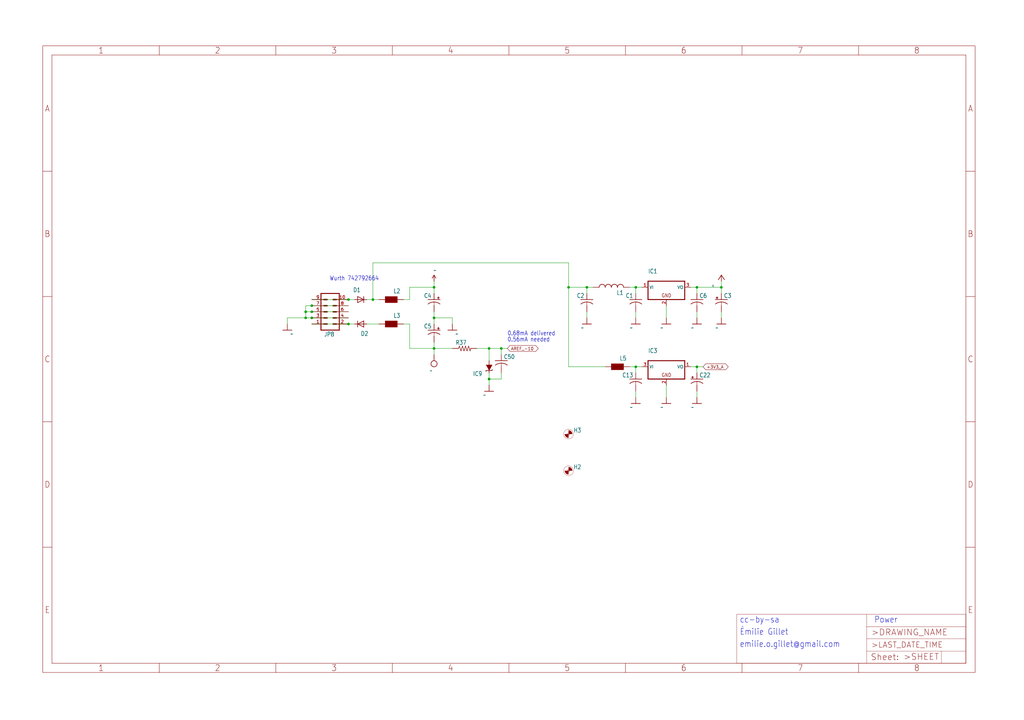
<source format=kicad_sch>
(kicad_sch (version 20211123) (generator eeschema)
  (paper "User" 425.45 299.161)
  (lib_symbols
    (symbol "plaits-eagle-import:+3V3" (power)
      (property "Value" "+3V3" (at -2.54 -5.08 90))
      (symbol "+3V3_1_0"
        (polyline (pts (xy 0 0) (xy -1.27 -1.905)) (stroke (width 0.254)))
        (polyline (pts (xy 1.27 -1.905) (xy 0 0)) (stroke (width 0.254)))
        (pin power_in line (at 0 -2.54 90) (length 2.54) (name "+3V3") (number "1"))
      )
    )
    (symbol "plaits-eagle-import:A3L-LOC"
      (symbol "A3L-LOC_1_0"
        (polyline (pts (xy 0 52.07) (xy 3.81 52.07)))
        (polyline (pts (xy 0 104.14) (xy 3.81 104.14)))
        (polyline (pts (xy 0 156.21) (xy 3.81 156.21)))
        (polyline (pts (xy 0 208.28) (xy 3.81 208.28)))
        (polyline (pts (xy 3.81 3.81) (xy 3.81 256.54)))
        (polyline (pts (xy 48.4188 0) (xy 48.4188 3.81)))
        (polyline (pts (xy 48.4188 256.54) (xy 48.4188 260.35)))
        (polyline (pts (xy 96.8375 0) (xy 96.8375 3.81)))
        (polyline (pts (xy 96.8375 256.54) (xy 96.8375 260.35)))
        (polyline (pts (xy 145.2563 0) (xy 145.2563 3.81)))
        (polyline (pts (xy 145.2563 256.54) (xy 145.2563 260.35)))
        (polyline (pts (xy 193.675 0) (xy 193.675 3.81)))
        (polyline (pts (xy 193.675 256.54) (xy 193.675 260.35)))
        (polyline (pts (xy 242.0938 0) (xy 242.0938 3.81)))
        (polyline (pts (xy 242.0938 256.54) (xy 242.0938 260.35)))
        (polyline (pts (xy 288.29 3.81) (xy 288.29 24.13)) (stroke (width 0.1016)))
        (polyline (pts (xy 288.29 3.81) (xy 342.265 3.81)) (stroke (width 0.1016)))
        (polyline (pts (xy 288.29 24.13) (xy 342.265 24.13)) (stroke (width 0.1016)))
        (polyline (pts (xy 290.5125 0) (xy 290.5125 3.81)))
        (polyline (pts (xy 290.5125 256.54) (xy 290.5125 260.35)))
        (polyline (pts (xy 338.9313 0) (xy 338.9313 3.81)))
        (polyline (pts (xy 338.9313 256.54) (xy 338.9313 260.35)))
        (polyline (pts (xy 342.265 3.81) (xy 373.38 3.81)) (stroke (width 0.1016)))
        (polyline (pts (xy 342.265 8.89) (xy 342.265 3.81)) (stroke (width 0.1016)))
        (polyline (pts (xy 342.265 8.89) (xy 342.265 13.97)) (stroke (width 0.1016)))
        (polyline (pts (xy 342.265 13.97) (xy 342.265 19.05)) (stroke (width 0.1016)))
        (polyline (pts (xy 342.265 13.97) (xy 383.54 13.97)) (stroke (width 0.1016)))
        (polyline (pts (xy 342.265 19.05) (xy 342.265 24.13)) (stroke (width 0.1016)))
        (polyline (pts (xy 342.265 19.05) (xy 383.54 19.05)) (stroke (width 0.1016)))
        (polyline (pts (xy 342.265 24.13) (xy 383.54 24.13)) (stroke (width 0.1016)))
        (polyline (pts (xy 373.38 3.81) (xy 373.38 8.89)) (stroke (width 0.1016)))
        (polyline (pts (xy 373.38 3.81) (xy 383.54 3.81)) (stroke (width 0.1016)))
        (polyline (pts (xy 373.38 8.89) (xy 342.265 8.89)) (stroke (width 0.1016)))
        (polyline (pts (xy 373.38 8.89) (xy 383.54 8.89)) (stroke (width 0.1016)))
        (polyline (pts (xy 383.54 3.81) (xy 3.81 3.81)))
        (polyline (pts (xy 383.54 3.81) (xy 383.54 8.89)) (stroke (width 0.1016)))
        (polyline (pts (xy 383.54 3.81) (xy 383.54 256.54)))
        (polyline (pts (xy 383.54 8.89) (xy 383.54 13.97)) (stroke (width 0.1016)))
        (polyline (pts (xy 383.54 13.97) (xy 383.54 19.05)) (stroke (width 0.1016)))
        (polyline (pts (xy 383.54 19.05) (xy 383.54 24.13)) (stroke (width 0.1016)))
        (polyline (pts (xy 383.54 52.07) (xy 387.35 52.07)))
        (polyline (pts (xy 383.54 104.14) (xy 387.35 104.14)))
        (polyline (pts (xy 383.54 156.21) (xy 387.35 156.21)))
        (polyline (pts (xy 383.54 208.28) (xy 387.35 208.28)))
        (polyline (pts (xy 383.54 256.54) (xy 3.81 256.54)))
        (polyline (pts (xy 0 0) (xy 387.35 0) (xy 387.35 260.35) (xy 0 260.35) (xy 0 0)))
        (text "1" (at 24.2094 1.905 0) (effects (font (size 2.54 2.286))))
        (text "1" (at 24.2094 258.445 0) (effects (font (size 2.54 2.286))))
        (text "2" (at 72.6281 1.905 0) (effects (font (size 2.54 2.286))))
        (text "2" (at 72.6281 258.445 0) (effects (font (size 2.54 2.286))))
        (text "3" (at 121.0469 1.905 0) (effects (font (size 2.54 2.286))))
        (text "3" (at 121.0469 258.445 0) (effects (font (size 2.54 2.286))))
        (text "4" (at 169.4656 1.905 0) (effects (font (size 2.54 2.286))))
        (text "4" (at 169.4656 258.445 0) (effects (font (size 2.54 2.286))))
        (text "5" (at 217.8844 1.905 0) (effects (font (size 2.54 2.286))))
        (text "5" (at 217.8844 258.445 0) (effects (font (size 2.54 2.286))))
        (text "6" (at 266.3031 1.905 0) (effects (font (size 2.54 2.286))))
        (text "6" (at 266.3031 258.445 0) (effects (font (size 2.54 2.286))))
        (text "7" (at 314.7219 1.905 0) (effects (font (size 2.54 2.286))))
        (text "7" (at 314.7219 258.445 0) (effects (font (size 2.54 2.286))))
        (text "8" (at 363.1406 1.905 0) (effects (font (size 2.54 2.286))))
        (text "8" (at 363.1406 258.445 0) (effects (font (size 2.54 2.286))))
        (text ">DRAWING_NAME" (at 344.17 15.24 0) (effects (font (size 2.54 2.54)) (justify left bottom)))
        (text ">LAST_DATE_TIME" (at 344.17 10.16 0) (effects (font (size 2.286 2.286)) (justify left bottom)))
        (text ">SHEET" (at 357.505 5.08 0) (effects (font (size 2.54 2.54)) (justify left bottom)))
        (text "A" (at 1.905 234.315 0) (effects (font (size 2.54 2.286))))
        (text "A" (at 385.445 234.315 0) (effects (font (size 2.54 2.286))))
        (text "B" (at 1.905 182.245 0) (effects (font (size 2.54 2.286))))
        (text "B" (at 385.445 182.245 0) (effects (font (size 2.54 2.286))))
        (text "C" (at 1.905 130.175 0) (effects (font (size 2.54 2.286))))
        (text "C" (at 385.445 130.175 0) (effects (font (size 2.54 2.286))))
        (text "D" (at 1.905 78.105 0) (effects (font (size 2.54 2.286))))
        (text "D" (at 385.445 78.105 0) (effects (font (size 2.54 2.286))))
        (text "E" (at 1.905 26.035 0) (effects (font (size 2.54 2.286))))
        (text "E" (at 385.445 26.035 0) (effects (font (size 2.54 2.286))))
        (text "Sheet:" (at 343.916 4.953 0) (effects (font (size 2.54 2.54)) (justify left bottom)))
      )
    )
    (symbol "plaits-eagle-import:C-USC0402"
      (property "Reference" "C" (at 1.016 0.635 0))
      (property "Value" "C-USC0402" (at 1.016 -4.191 0))
      (symbol "C-USC0402_1_0"
        (arc (start 0 -1.0161) (mid -1.302 -1.2303) (end -2.4668 -1.8504) (stroke (width 0.254)))
        (polyline (pts (xy -2.54 0) (xy 2.54 0)) (stroke (width 0.254)))
        (polyline (pts (xy 0 -1.016) (xy 0 -2.54)) (stroke (width 0.1524)))
        (arc (start 2.4892 -1.8542) (mid 1.3158 -1.2195) (end 0 -1) (stroke (width 0.254)))
        (pin passive line (at 0 2.54 270) (length 2.54) (name "1") (number "1"))
        (pin passive line (at 0 -5.08 90) (length 2.54) (name "2") (number "2"))
      )
    )
    (symbol "plaits-eagle-import:C-USC1206"
      (property "Reference" "C" (at 1.016 0.635 0))
      (property "Value" "C-USC1206" (at 1.016 -4.191 0))
      (symbol "C-USC1206_1_0"
        (arc (start 0 -1.0161) (mid -1.302 -1.2303) (end -2.4668 -1.8504) (stroke (width 0.254)))
        (polyline (pts (xy -2.54 0) (xy 2.54 0)) (stroke (width 0.254)))
        (polyline (pts (xy 0 -1.016) (xy 0 -2.54)) (stroke (width 0.1524)))
        (arc (start 2.4892 -1.8542) (mid 1.3158 -1.2195) (end 0 -1) (stroke (width 0.254)))
        (pin passive line (at 0 2.54 270) (length 2.54) (name "1") (number "1"))
        (pin passive line (at 0 -5.08 90) (length 2.54) (name "2") (number "2"))
      )
    )
    (symbol "plaits-eagle-import:CPOL-USA"
      (property "Reference" "C" (at 1.016 0.635 0))
      (property "Value" "CPOL-USA" (at 1.016 -4.191 0))
      (symbol "CPOL-USA_1_0"
        (rectangle (start -2.253 0.668) (end -1.364 0.795) (fill (type outline)))
        (rectangle (start -1.872 0.287) (end -1.745 1.176) (fill (type outline)))
        (arc (start 0 -1.0161) (mid -1.3021 -1.2302) (end -2.4669 -1.8504) (stroke (width 0.254)))
        (polyline (pts (xy -2.54 0) (xy 2.54 0)) (stroke (width 0.254)))
        (polyline (pts (xy 0 -1.016) (xy 0 -2.54)) (stroke (width 0.1524)))
        (arc (start 2.4892 -1.8542) (mid 1.3158 -1.2195) (end 0 -1) (stroke (width 0.254)))
        (pin passive line (at 0 2.54 270) (length 2.54) (name "+") (number "+"))
        (pin passive line (at 0 -5.08 90) (length 2.54) (name "-") (number "-"))
      )
    )
    (symbol "plaits-eagle-import:CPOL-USB"
      (property "Reference" "C" (at 1.016 0.635 0))
      (property "Value" "CPOL-USB" (at 1.016 -4.191 0))
      (symbol "CPOL-USB_1_0"
        (rectangle (start -2.253 0.668) (end -1.364 0.795) (fill (type outline)))
        (rectangle (start -1.872 0.287) (end -1.745 1.176) (fill (type outline)))
        (arc (start 0 -1.0161) (mid -1.3021 -1.2302) (end -2.4669 -1.8504) (stroke (width 0.254)))
        (polyline (pts (xy -2.54 0) (xy 2.54 0)) (stroke (width 0.254)))
        (polyline (pts (xy 0 -1.016) (xy 0 -2.54)) (stroke (width 0.1524)))
        (arc (start 2.4892 -1.8542) (mid 1.3158 -1.2195) (end 0 -1) (stroke (width 0.254)))
        (pin passive line (at 0 2.54 270) (length 2.54) (name "+") (number "+"))
        (pin passive line (at 0 -5.08 90) (length 2.54) (name "-") (number "-"))
      )
    )
    (symbol "plaits-eagle-import:DIODE-SOD123"
      (property "Reference" "D" (at 2.54 0.4826 0))
      (property "Value" "DIODE-SOD123" (at 2.54 -2.3114 0))
      (symbol "DIODE-SOD123_1_0"
        (polyline (pts (xy -1.27 -1.27) (xy 1.27 0)) (stroke (width 0.254)))
        (polyline (pts (xy -1.27 1.27) (xy -1.27 -1.27)) (stroke (width 0.254)))
        (polyline (pts (xy 1.27 0) (xy -1.27 1.27)) (stroke (width 0.254)))
        (polyline (pts (xy 1.27 0) (xy 1.27 -1.27)) (stroke (width 0.254)))
        (polyline (pts (xy 1.27 1.27) (xy 1.27 0)) (stroke (width 0.254)))
        (pin passive line (at -2.54 0 0) (length 2.54) (name "A") (number "A"))
        (pin passive line (at 2.54 0 180) (length 2.54) (name "C") (number "C"))
      )
    )
    (symbol "plaits-eagle-import:GND" (power)
      (property "Value" "GND" (at -2.54 -2.54 0))
      (symbol "GND_1_0"
        (polyline (pts (xy -1.905 0) (xy 1.905 0)) (stroke (width 0.254)))
        (pin power_in line (at 0 2.54 270) (length 2.54) (name "GND") (number "1"))
      )
    )
    (symbol "plaits-eagle-import:L-USL2012C"
      (property "Value" "L-USL2012C" (at 3.81 -5.08 90))
      (symbol "L-USL2012C_1_0"
        (arc (start 0 -5.08) (mid 0.898 -4.708) (end 1.27 -3.81) (stroke (width 0.254)))
        (arc (start 0 -2.54) (mid 0.898 -2.168) (end 1.27 -1.27) (stroke (width 0.254)))
        (arc (start 0 0) (mid 0.898 0.372) (end 1.27 1.27) (stroke (width 0.254)))
        (arc (start 0 2.54) (mid 0.898 2.912) (end 1.27 3.81) (stroke (width 0.254)))
        (arc (start 1.27 -3.81) (mid 0.898 -2.912) (end 0 -2.54) (stroke (width 0.254)))
        (arc (start 1.27 -1.27) (mid 0.898 -0.372) (end 0 0) (stroke (width 0.254)))
        (arc (start 1.27 1.27) (mid 0.898 2.168) (end 0 2.54) (stroke (width 0.254)))
        (arc (start 1.27 3.81) (mid 0.898 4.708) (end 0 5.08) (stroke (width 0.254)))
        (pin passive line (at 0 7.62 270) (length 2.54) (name "1") (number "1"))
        (pin passive line (at 0 -7.62 90) (length 2.54) (name "2") (number "2"))
      )
    )
    (symbol "plaits-eagle-import:LD2981ABU"
      (property "Reference" "IC" (at -7.62 5.715 0))
      (property "Value" "LD2981ABU" (at -7.62 3.175 0))
      (symbol "LD2981ABU_1_0"
        (polyline (pts (xy -7.62 -5.08) (xy 7.62 -5.08)) (stroke (width 0.4064)))
        (polyline (pts (xy -7.62 2.54) (xy -7.62 -5.08)) (stroke (width 0.4064)))
        (polyline (pts (xy 7.62 -5.08) (xy 7.62 2.54)) (stroke (width 0.4064)))
        (polyline (pts (xy 7.62 2.54) (xy -7.62 2.54)) (stroke (width 0.4064)))
        (text "GND" (at -2.032 -4.318 0) (effects (font (size 1.524 1.2954)) (justify left bottom)))
        (pin passive line (at 10.16 0 180) (length 2.54) (name "VO") (number "1"))
        (pin passive line (at 0 -7.62 90) (length 2.54) (name "GND") (number "2"))
        (pin input line (at -10.16 0 0) (length 2.54) (name "VI") (number "3"))
      )
    )
    (symbol "plaits-eagle-import:LM4041DBZ"
      (property "Reference" "IC" (at 2.794 1.905 0))
      (property "Value" "LM4041DBZ" (at 2.794 -0.889 0))
      (symbol "LM4041DBZ_1_0"
        (polyline (pts (xy -1.27 1.524) (xy -1.27 1.143)) (stroke (width 0.254)))
        (polyline (pts (xy 0 1.524) (xy -1.27 1.524)) (stroke (width 0.254)))
        (polyline (pts (xy 1.27 1.524) (xy 0 1.524)) (stroke (width 0.254)))
        (polyline (pts (xy 1.27 1.905) (xy 1.27 1.524)) (stroke (width 0.254)))
        (polyline (pts (xy 0 1.524) (xy -1.27 -0.762) (xy 1.27 -0.762)) (fill (type outline)))
        (pin passive line (at 0 2.54 270) (length 2.54) (name "C") (number "1"))
        (pin passive line (at 0 -2.54 90) (length 2.54) (name "A") (number "2"))
      )
    )
    (symbol "plaits-eagle-import:M05X2SHD"
      (property "Reference" "JP" (at -2.54 8.382 0))
      (property "Value" "M05X2SHD" (at -2.54 -10.16 0))
      (symbol "M05X2SHD_1_0"
        (polyline (pts (xy -3.81 7.62) (xy -3.81 -7.62)) (stroke (width 0.4064)))
        (polyline (pts (xy -3.81 7.62) (xy 3.81 7.62)) (stroke (width 0.4064)))
        (polyline (pts (xy -1.27 -5.08) (xy -2.54 -5.08)) (stroke (width 0.6096)))
        (polyline (pts (xy -1.27 -2.54) (xy -2.54 -2.54)) (stroke (width 0.6096)))
        (polyline (pts (xy -1.27 0) (xy -2.54 0)) (stroke (width 0.6096)))
        (polyline (pts (xy -1.27 2.54) (xy -2.54 2.54)) (stroke (width 0.6096)))
        (polyline (pts (xy -1.27 5.08) (xy -2.54 5.08)) (stroke (width 0.6096)))
        (polyline (pts (xy 1.27 -5.08) (xy 2.54 -5.08)) (stroke (width 0.6096)))
        (polyline (pts (xy 1.27 -2.54) (xy 2.54 -2.54)) (stroke (width 0.6096)))
        (polyline (pts (xy 1.27 0) (xy 2.54 0)) (stroke (width 0.6096)))
        (polyline (pts (xy 1.27 2.54) (xy 2.54 2.54)) (stroke (width 0.6096)))
        (polyline (pts (xy 1.27 5.08) (xy 2.54 5.08)) (stroke (width 0.6096)))
        (polyline (pts (xy 3.81 -7.62) (xy -3.81 -7.62)) (stroke (width 0.4064)))
        (polyline (pts (xy 3.81 -7.62) (xy 3.81 7.62)) (stroke (width 0.4064)))
        (pin passive line (at -7.62 5.08 0) (length 5.08) (name "1") (number "1"))
        (pin passive line (at 7.62 -5.08 180) (length 5.08) (name "10") (number "10"))
        (pin passive line (at 7.62 5.08 180) (length 5.08) (name "2") (number "2"))
        (pin passive line (at -7.62 2.54 0) (length 5.08) (name "3") (number "3"))
        (pin passive line (at 7.62 2.54 180) (length 5.08) (name "4") (number "4"))
        (pin passive line (at -7.62 0 0) (length 5.08) (name "5") (number "5"))
        (pin passive line (at 7.62 0 180) (length 5.08) (name "6") (number "6"))
        (pin passive line (at -7.62 -2.54 0) (length 5.08) (name "7") (number "7"))
        (pin passive line (at 7.62 -2.54 180) (length 5.08) (name "8") (number "8"))
        (pin passive line (at -7.62 -5.08 0) (length 5.08) (name "9") (number "9"))
      )
    )
    (symbol "plaits-eagle-import:MOUNT-HOLE3.0TINY"
      (property "Reference" "H" (at 2.032 0.5842 0))
      (property "Value" "MOUNT-HOLE3.0TINY" (at 2.032 -2.4638 0))
      (symbol "MOUNT-HOLE3.0TINY_1_0"
        (arc (start -1.524 0) (mid -1.0776 -1.0776) (end 0 -1.524) (stroke (width 0.0001)) (fill (type outline)))
        (polyline (pts (xy -0.508 0) (xy 0.508 0)) (stroke (width 0.0508)))
        (polyline (pts (xy 0 0.508) (xy 0 -0.508)) (stroke (width 0.0508)))
        (circle (center 0 0) (radius 0.508) (stroke (width 0.0508)))
        (circle (center 0 0) (radius 2.032) (stroke (width 0.0508)))
        (arc (start 1.524 0) (mid 1.0776 1.0776) (end 0 1.524) (stroke (width 0.0001)) (fill (type outline)))
      )
    )
    (symbol "plaits-eagle-import:R-US_R0402"
      (property "Reference" "R" (at -3.81 1.4986 0))
      (property "Value" "R-US_R0402" (at -3.81 -3.302 0))
      (symbol "R-US_R0402_1_0"
        (polyline (pts (xy -2.54 0) (xy -2.159 1.016)) (stroke (width 0.2032)))
        (polyline (pts (xy -2.159 1.016) (xy -1.524 -1.016)) (stroke (width 0.2032)))
        (polyline (pts (xy -1.524 -1.016) (xy -0.889 1.016)) (stroke (width 0.2032)))
        (polyline (pts (xy -0.889 1.016) (xy -0.254 -1.016)) (stroke (width 0.2032)))
        (polyline (pts (xy -0.254 -1.016) (xy 0.381 1.016)) (stroke (width 0.2032)))
        (polyline (pts (xy 0.381 1.016) (xy 1.016 -1.016)) (stroke (width 0.2032)))
        (polyline (pts (xy 1.016 -1.016) (xy 1.651 1.016)) (stroke (width 0.2032)))
        (polyline (pts (xy 1.651 1.016) (xy 2.286 -1.016)) (stroke (width 0.2032)))
        (polyline (pts (xy 2.286 -1.016) (xy 2.54 0)) (stroke (width 0.2032)))
        (pin passive line (at -5.08 0 0) (length 2.54) (name "1") (number "1"))
        (pin passive line (at 5.08 0 180) (length 2.54) (name "2") (number "2"))
      )
    )
    (symbol "plaits-eagle-import:VCC" (power)
      (property "Value" "VCC" (at -1.016 3.556 0))
      (symbol "VCC_1_0"
        (polyline (pts (xy 0 2.54) (xy -0.762 1.27)) (stroke (width 0.254)))
        (polyline (pts (xy 0.762 1.27) (xy 0 2.54)) (stroke (width 0.254)))
        (pin power_in line (at 0 0 90) (length 2.54) (name "VCC") (number "1"))
      )
    )
    (symbol "plaits-eagle-import:VEE" (power)
      (property "Value" "VEE" (at -1.905 3.175 0))
      (symbol "VEE_1_0"
        (circle (center 0 1.27) (radius 1.27) (stroke (width 0.254)))
        (pin power_in line (at 0 -2.54 90) (length 2.54) (name "VEE") (number "1"))
      )
    )
    (symbol "plaits-eagle-import:WE-CBF_0603"
      (property "Reference" "L" (at -3.81 5.08 0))
      (property "Value" "WE-CBF_0603" (at -3.81 -1.27 0))
      (symbol "WE-CBF_0603_1_0"
        (rectangle (start -2.54 1.27) (end 2.54 3.81) (fill (type outline)))
        (pin passive line (at -5.08 2.54 0) (length 2.54) (name "1") (number "1"))
        (pin passive line (at 5.08 2.54 180) (length 2.54) (name "2") (number "2"))
      )
    )
    (symbol "plaits-eagle-import:WE173950378"
      (property "Reference" "IC" (at -7.62 5.715 0))
      (property "Value" "WE173950378" (at -7.62 3.175 0))
      (symbol "WE173950378_1_0"
        (polyline (pts (xy -7.62 -5.08) (xy 7.62 -5.08)) (stroke (width 0.4064)))
        (polyline (pts (xy -7.62 2.54) (xy -7.62 -5.08)) (stroke (width 0.4064)))
        (polyline (pts (xy 7.62 -5.08) (xy 7.62 2.54)) (stroke (width 0.4064)))
        (polyline (pts (xy 7.62 2.54) (xy -7.62 2.54)) (stroke (width 0.4064)))
        (text "GND" (at -2.032 -4.318 0) (effects (font (size 1.524 1.2954)) (justify left bottom)))
        (pin input line (at -10.16 0 0) (length 2.54) (name "VI") (number "1"))
        (pin passive line (at 0 -7.62 90) (length 2.54) (name "GND") (number "2"))
        (pin passive line (at 10.16 0 180) (length 2.54) (name "VO") (number "3"))
      )
    )
  )
  (junction (at 127 129.54))
  (junction (at 129.54 129.54))
  (junction (at 203.2 157.48))
  (junction (at 180.34 119.38))
  (junction (at 236.22 119.38))
  (junction (at 289.56 119.38))
  (junction (at 264.16 152.4))
  (junction (at 144.78 124.46))
  (junction (at 264.16 119.38))
  (junction (at 129.54 132.08))
  (junction (at 180.34 144.78))
  (junction (at 208.28 144.78))
  (junction (at 289.56 152.4))
  (junction (at 144.78 134.62))
  (junction (at 154.94 124.46))
  (junction (at 203.2 144.78))
  (junction (at 129.54 127))
  (junction (at 243.84 119.38))
  (junction (at 127 132.08))
  (junction (at 299.72 119.38))
  (junction (at 180.34 132.08))
  (wire (pts (xy 147.32 124.46) (xy 144.78 124.46)))
  (wire (pts (xy 203.2 157.48) (xy 203.2 160.02)))
  (wire (pts (xy 170.18 119.38) (xy 180.34 119.38)))
  (wire (pts (xy 203.2 157.48) (xy 208.28 157.48)))
  (wire (pts (xy 180.34 142.24) (xy 180.34 144.78)))
  (wire (pts (xy 180.34 132.08) (xy 180.34 134.62)))
  (wire (pts (xy 208.28 154.94) (xy 208.28 157.48)))
  (wire (pts (xy 289.56 154.94) (xy 289.56 152.4)))
  (wire (pts (xy 127 129.54) (xy 129.54 129.54)))
  (wire (pts (xy 261.62 152.4) (xy 264.16 152.4)))
  (wire (pts (xy 187.96 132.08) (xy 187.96 134.62)))
  (wire (pts (xy 203.2 144.78) (xy 198.12 144.78)))
  (wire (pts (xy 180.34 121.92) (xy 180.34 119.38)))
  (wire (pts (xy 152.4 124.46) (xy 154.94 124.46)))
  (wire (pts (xy 264.16 119.38) (xy 264.16 121.92)))
  (wire (pts (xy 119.38 132.08) (xy 119.38 134.62)))
  (wire (pts (xy 127 127) (xy 127 129.54)))
  (wire (pts (xy 236.22 152.4) (xy 236.22 119.38)))
  (wire (pts (xy 144.78 134.62) (xy 129.54 134.62)))
  (wire (pts (xy 180.34 147.32) (xy 180.34 144.78)))
  (wire (pts (xy 154.94 124.46) (xy 157.48 124.46)))
  (wire (pts (xy 152.4 134.62) (xy 157.48 134.62)))
  (wire (pts (xy 243.84 129.54) (xy 243.84 132.08)))
  (wire (pts (xy 180.34 132.08) (xy 187.96 132.08)))
  (wire (pts (xy 208.28 144.78) (xy 210.82 144.78)))
  (wire (pts (xy 167.64 124.46) (xy 170.18 124.46)))
  (wire (pts (xy 203.2 149.86) (xy 203.2 144.78)))
  (wire (pts (xy 299.72 129.54) (xy 299.72 132.08)))
  (wire (pts (xy 289.56 152.4) (xy 292.1 152.4)))
  (wire (pts (xy 208.28 144.78) (xy 203.2 144.78)))
  (wire (pts (xy 144.78 124.46) (xy 129.54 124.46)))
  (wire (pts (xy 299.72 119.38) (xy 299.72 121.92)))
  (wire (pts (xy 289.56 162.56) (xy 289.56 165.1)))
  (wire (pts (xy 170.18 124.46) (xy 170.18 119.38)))
  (wire (pts (xy 289.56 119.38) (xy 299.72 119.38)))
  (wire (pts (xy 203.2 154.94) (xy 203.2 157.48)))
  (wire (pts (xy 127 129.54) (xy 127 132.08)))
  (wire (pts (xy 246.38 119.38) (xy 243.84 119.38)))
  (wire (pts (xy 129.54 129.54) (xy 144.78 129.54)))
  (wire (pts (xy 180.34 129.54) (xy 180.34 132.08)))
  (wire (pts (xy 243.84 119.38) (xy 243.84 121.92)))
  (wire (pts (xy 208.28 144.78) (xy 208.28 147.32)))
  (wire (pts (xy 154.94 109.22) (xy 236.22 109.22)))
  (wire (pts (xy 127 132.08) (xy 119.38 132.08)))
  (wire (pts (xy 289.56 129.54) (xy 289.56 132.08)))
  (wire (pts (xy 236.22 119.38) (xy 243.84 119.38)))
  (wire (pts (xy 129.54 127) (xy 127 127)))
  (wire (pts (xy 144.78 132.08) (xy 129.54 132.08)))
  (wire (pts (xy 129.54 132.08) (xy 127 132.08)))
  (wire (pts (xy 264.16 152.4) (xy 266.7 152.4)))
  (wire (pts (xy 287.02 152.4) (xy 289.56 152.4)))
  (wire (pts (xy 261.62 119.38) (xy 264.16 119.38)))
  (wire (pts (xy 289.56 121.92) (xy 289.56 119.38)))
  (wire (pts (xy 264.16 154.94) (xy 264.16 152.4)))
  (wire (pts (xy 170.18 144.78) (xy 170.18 134.62)))
  (wire (pts (xy 251.46 152.4) (xy 236.22 152.4)))
  (wire (pts (xy 236.22 109.22) (xy 236.22 119.38)))
  (wire (pts (xy 170.18 134.62) (xy 167.64 134.62)))
  (wire (pts (xy 264.16 162.56) (xy 264.16 165.1)))
  (wire (pts (xy 180.34 144.78) (xy 170.18 144.78)))
  (wire (pts (xy 144.78 127) (xy 129.54 127)))
  (wire (pts (xy 287.02 119.38) (xy 289.56 119.38)))
  (wire (pts (xy 180.34 119.38) (xy 180.34 116.84)))
  (wire (pts (xy 266.7 119.38) (xy 264.16 119.38)))
  (wire (pts (xy 276.86 160.02) (xy 276.86 165.1)))
  (wire (pts (xy 276.86 132.08) (xy 276.86 127)))
  (wire (pts (xy 264.16 129.54) (xy 264.16 132.08)))
  (wire (pts (xy 154.94 124.46) (xy 154.94 109.22)))
  (wire (pts (xy 299.72 116.84) (xy 299.72 119.38)))
  (wire (pts (xy 147.32 134.62) (xy 144.78 134.62)))
  (wire (pts (xy 187.96 144.78) (xy 180.34 144.78)))
  (text "Émilie Gillet" (at 307.34 264.16 180) (effects (font (size 2.54 2.159)) (justify left bottom)))
  (text "0.56mA needed" (at 210.82 142.24 180) (effects (font (size 1.778 1.5113)) (justify left bottom)))
  (text "Power" (at 363.22 259.08 180) (effects (font (size 2.54 2.159)) (justify left bottom)))
  (text "0.68mA delivered" (at 210.82 139.7 180) (effects (font (size 1.778 1.5113)) (justify left bottom)))
  (text "emilie.o.gillet@gmail.com" (at 307.34 269.24 180) (effects (font (size 2.54 2.159)) (justify left bottom)))
  (text "Wurth 742792664" (at 157.48 116.84 180) (effects (font (size 1.778 1.5113)) (justify right bottom)))
  (text "cc-by-sa" (at 307.34 259.08 180) (effects (font (size 2.54 2.159)) (justify left bottom)))
  (global_label "+3V3_A" (shape bidirectional) (at 292.1 152.4 0) (effects (font (size 1.2446 1.2446))) (property "Intersheet References" "${INTERSHEET_REFS}" (effects hide)))
  (global_label "AREF_-10" (shape bidirectional) (at 210.82 144.78 0) (effects (font (size 1.2446 1.2446))) (property "Intersheet References" "${INTERSHEET_REFS}" (effects hide)))
  (symbol (lib_id "plaits-eagle-import:WE-CBF_0603") (at 162.56 137.16 0) (mirror y) (unit 1)
    (property "Reference" "L3" (at 166.37 132.08 0) (effects (font (size 1.778 1.5113)) (justify left bottom)))
  )
  (symbol (lib_id "plaits-eagle-import:GND") (at 276.86 167.64 0) (unit 1)
    (property "Reference" "#GND2" (effects hide))
  )
  (symbol (lib_id "plaits-eagle-import:GND") (at 299.72 134.62 0) (unit 1)
    (property "Reference" "#GND11" (effects hide))
  )
  (symbol (lib_id "plaits-eagle-import:C-USC1206") (at 264.16 157.48 0) (mirror y) (unit 1)
    (property "Reference" "C13" (at 263.144 156.845 0) (effects (font (size 1.778 1.5113)) (justify left bottom)))
  )
  (symbol (lib_id "plaits-eagle-import:WE-CBF_0603") (at 162.56 127 0) (mirror y) (unit 1)
    (property "Reference" "L2" (at 166.37 121.92 0) (effects (font (size 1.778 1.5113)) (justify left bottom)))
  )
  (symbol (lib_id "plaits-eagle-import:C-USC0402") (at 208.28 149.86 0) (unit 1)
    (property "Reference" "C50" (at 209.296 149.225 0) (effects (font (size 1.778 1.5113)) (justify left bottom)))
  )
  (symbol (lib_id "plaits-eagle-import:A3L-LOC") (at 17.78 279.4 0) (unit 1)
    (property "Reference" "#FRAME6" (effects hide))
  )
  (symbol (lib_id "plaits-eagle-import:CPOL-USA") (at 289.56 157.48 0) (unit 1)
    (property "Reference" "C22" (at 290.576 156.845 0) (effects (font (size 1.778 1.5113)) (justify left bottom)))
  )
  (symbol (lib_id "plaits-eagle-import:LM4041DBZ") (at 203.2 152.4 180) (unit 1)
    (property "Reference" "IC9" (at 200.406 154.305 0) (effects (font (size 1.778 1.5113)) (justify left bottom)))
  )
  (symbol (lib_id "plaits-eagle-import:L-USL2012C") (at 254 119.38 90) (unit 1)
    (property "Reference" "L1" (at 259.08 120.65 90) (effects (font (size 1.778 1.5113)) (justify left bottom)))
  )
  (symbol (lib_id "plaits-eagle-import:VCC") (at 180.34 116.84 0) (mirror y) (unit 1)
    (property "Reference" "#P+1" (effects hide))
  )
  (symbol (lib_id "plaits-eagle-import:GND") (at 203.2 162.56 0) (unit 1)
    (property "Reference" "#GND1" (effects hide))
  )
  (symbol (lib_id "plaits-eagle-import:WE-CBF_0603") (at 256.54 154.94 0) (mirror y) (unit 1)
    (property "Reference" "L5" (at 260.35 149.86 0) (effects (font (size 1.778 1.5113)) (justify left bottom)))
  )
  (symbol (lib_id "plaits-eagle-import:CPOL-USB") (at 180.34 137.16 0) (mirror y) (unit 1)
    (property "Reference" "C5" (at 179.324 136.525 0) (effects (font (size 1.778 1.5113)) (justify left bottom)))
  )
  (symbol (lib_id "plaits-eagle-import:GND") (at 289.56 167.64 0) (unit 1)
    (property "Reference" "#GND3" (effects hide))
  )
  (symbol (lib_id "plaits-eagle-import:MOUNT-HOLE3.0TINY") (at 236.22 180.34 0) (unit 1)
    (property "Reference" "H3" (at 238.252 179.7558 0) (effects (font (size 1.778 1.5113)) (justify left bottom)))
  )
  (symbol (lib_id "plaits-eagle-import:CPOL-USA") (at 299.72 124.46 0) (unit 1)
    (property "Reference" "C3" (at 300.736 123.825 0) (effects (font (size 1.778 1.5113)) (justify left bottom)))
  )
  (symbol (lib_id "plaits-eagle-import:VEE") (at 180.34 149.86 0) (mirror x) (unit 1)
    (property "Reference" "#SUPPLY1" (effects hide))
  )
  (symbol (lib_id "plaits-eagle-import:DIODE-SOD123") (at 149.86 124.46 0) (mirror x) (unit 1)
    (property "Reference" "D1" (at 149.86 121.4374 0) (effects (font (size 1.778 1.5113)) (justify right top)))
  )
  (symbol (lib_id "plaits-eagle-import:GND") (at 187.96 137.16 0) (mirror y) (unit 1)
    (property "Reference" "#GND24" (effects hide))
  )
  (symbol (lib_id "plaits-eagle-import:R-US_R0402") (at 193.04 144.78 0) (unit 1)
    (property "Reference" "R37" (at 189.23 143.2814 0) (effects (font (size 1.778 1.5113)) (justify left bottom)))
  )
  (symbol (lib_id "plaits-eagle-import:CPOL-USB") (at 180.34 124.46 0) (mirror y) (unit 1)
    (property "Reference" "C4" (at 179.324 123.825 0) (effects (font (size 1.778 1.5113)) (justify left bottom)))
  )
  (symbol (lib_id "plaits-eagle-import:WE173950378") (at 276.86 119.38 0) (unit 1)
    (property "Reference" "IC1" (at 269.24 113.665 0) (effects (font (size 1.778 1.5113)) (justify left bottom)))
  )
  (symbol (lib_id "plaits-eagle-import:GND") (at 276.86 134.62 0) (unit 1)
    (property "Reference" "#GND9" (effects hide))
  )
  (symbol (lib_id "plaits-eagle-import:DIODE-SOD123") (at 149.86 134.62 0) (mirror y) (unit 1)
    (property "Reference" "D2" (at 149.86 137.6426 0) (effects (font (size 1.778 1.5113)) (justify right top)))
  )
  (symbol (lib_id "plaits-eagle-import:MOUNT-HOLE3.0TINY") (at 236.22 195.58 0) (unit 1)
    (property "Reference" "H2" (at 238.252 194.9958 0) (effects (font (size 1.778 1.5113)) (justify left bottom)))
  )
  (symbol (lib_id "plaits-eagle-import:GND") (at 264.16 167.64 0) (unit 1)
    (property "Reference" "#GND16" (effects hide))
  )
  (symbol (lib_id "plaits-eagle-import:GND") (at 289.56 134.62 0) (unit 1)
    (property "Reference" "#GND7" (effects hide))
  )
  (symbol (lib_id "plaits-eagle-import:C-USC0402") (at 289.56 124.46 0) (unit 1)
    (property "Reference" "C6" (at 290.576 123.825 0) (effects (font (size 1.778 1.5113)) (justify left bottom)))
  )
  (symbol (lib_id "plaits-eagle-import:GND") (at 119.38 137.16 0) (mirror y) (unit 1)
    (property "Reference" "#GND6" (effects hide))
  )
  (symbol (lib_id "plaits-eagle-import:LD2981ABU") (at 276.86 152.4 0) (unit 1)
    (property "Reference" "IC3" (at 269.24 146.685 0) (effects (font (size 1.778 1.5113)) (justify left bottom)))
  )
  (symbol (lib_id "plaits-eagle-import:C-USC1206") (at 243.84 124.46 0) (mirror y) (unit 1)
    (property "Reference" "C2" (at 242.824 123.825 0) (effects (font (size 1.778 1.5113)) (justify left bottom)))
  )
  (symbol (lib_id "plaits-eagle-import:C-USC1206") (at 264.16 124.46 0) (mirror y) (unit 1)
    (property "Reference" "C1" (at 263.144 123.825 0) (effects (font (size 1.778 1.5113)) (justify left bottom)))
  )
  (symbol (lib_id "plaits-eagle-import:M05X2SHD") (at 137.16 129.54 0) (mirror x) (unit 1)
    (property "Reference" "JP8" (at 134.62 137.922 0) (effects (font (size 1.778 1.5113)) (justify left bottom)))
  )
  (symbol (lib_id "plaits-eagle-import:GND") (at 243.84 134.62 0) (unit 1)
    (property "Reference" "#GND12" (effects hide))
  )
  (symbol (lib_id "plaits-eagle-import:+3V3") (at 299.72 114.3 0) (unit 1)
    (property "Reference" "#+3V2" (effects hide))
  )
  (symbol (lib_id "plaits-eagle-import:GND") (at 264.16 134.62 0) (unit 1)
    (property "Reference" "#GND13" (effects hide))
  )
)
</source>
